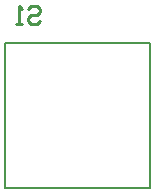
<source format=gbo>
G04*
G04 #@! TF.GenerationSoftware,Altium Limited,Altium Designer,20.2.4 (192)*
G04*
G04 Layer_Color=32896*
%FSLAX25Y25*%
%MOIN*%
G70*
G04*
G04 #@! TF.SameCoordinates,5D221C76-13CA-4EE4-81E9-8EB1FD8A002E*
G04*
G04*
G04 #@! TF.FilePolarity,Positive*
G04*
G01*
G75*
%ADD13C,0.00787*%
%ADD16C,0.01000*%
D13*
X619048Y136276D02*
Y184780D01*
X667552D01*
Y136276D02*
Y184780D01*
X619048Y136276D02*
X667552D01*
D16*
X626600Y195999D02*
X627600Y196999D01*
X629599D01*
X630599Y195999D01*
Y195000D01*
X629599Y194000D01*
X627600D01*
X626600Y193000D01*
Y192001D01*
X627600Y191001D01*
X629599D01*
X630599Y192001D01*
X624601Y191001D02*
X622601D01*
X623601D01*
Y196999D01*
X624601Y195999D01*
M02*

</source>
